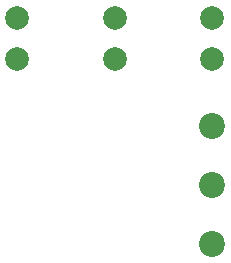
<source format=gbs>
%FSLAX34Y34*%
G04 Gerber Fmt 3.4, Leading zero omitted, Abs format*
G04 (created by PCBNEW (2014-01-30 BZR 4648)-product) date Tue Feb  4 17:00:55 2014*
%MOIN*%
G01*
G70*
G90*
G04 APERTURE LIST*
%ADD10C,0.013780*%
%ADD11C,0.086614*%
%ADD12C,0.078740*%
G04 APERTURE END LIST*
G54D10*
G54D11*
X7875Y1281D03*
X7875Y3250D03*
X7875Y5218D03*
G54D12*
X1375Y8813D03*
X1375Y7436D03*
X7875Y7436D03*
X7875Y8813D03*
X4625Y8813D03*
X4625Y7436D03*
M02*

</source>
